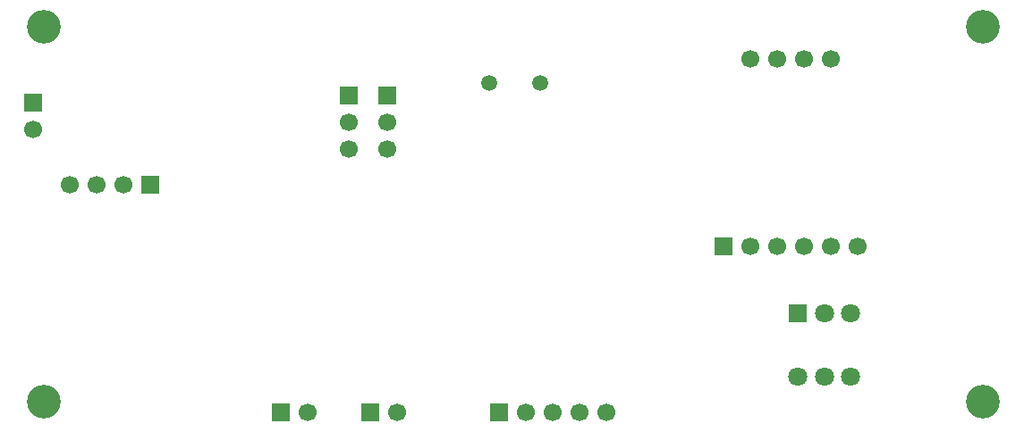
<source format=gbr>
%TF.GenerationSoftware,KiCad,Pcbnew,9.0.2*%
%TF.CreationDate,2025-06-19T19:06:17-05:00*%
%TF.ProjectId,balance_bot,62616c61-6e63-4655-9f62-6f742e6b6963,rev?*%
%TF.SameCoordinates,Original*%
%TF.FileFunction,Soldermask,Bot*%
%TF.FilePolarity,Negative*%
%FSLAX46Y46*%
G04 Gerber Fmt 4.6, Leading zero omitted, Abs format (unit mm)*
G04 Created by KiCad (PCBNEW 9.0.2) date 2025-06-19 19:06:17*
%MOMM*%
%LPD*%
G01*
G04 APERTURE LIST*
%ADD10R,1.700000X1.700000*%
%ADD11C,1.700000*%
%ADD12C,3.200000*%
%ADD13C,1.500000*%
%ADD14R,1.800000X1.800000*%
%ADD15C,1.800000*%
G04 APERTURE END LIST*
D10*
%TO.C,J5*%
X134894000Y-116561000D03*
D11*
X137434000Y-116561000D03*
%TD*%
D10*
%TO.C,J6*%
X126394000Y-116561000D03*
D11*
X128934000Y-116561000D03*
%TD*%
D10*
%TO.C,J1*%
X132842000Y-86500000D03*
D11*
X132842000Y-89040000D03*
X132842000Y-91580000D03*
%TD*%
%TO.C,J3*%
X157226000Y-116586000D03*
X154686000Y-116586000D03*
X152146000Y-116586000D03*
X149606000Y-116586000D03*
D10*
X147066000Y-116586000D03*
%TD*%
D11*
%TO.C,U2*%
X106460000Y-95000000D03*
X109000000Y-95000000D03*
X111540000Y-95000000D03*
D10*
X114080000Y-95000000D03*
%TD*%
D12*
%TO.C,H2*%
X104000000Y-115560000D03*
%TD*%
%TO.C,H3*%
X192900000Y-80000000D03*
%TD*%
%TO.C,H1*%
X104000000Y-80000000D03*
%TD*%
%TO.C,H4*%
X192900000Y-115560000D03*
%TD*%
D10*
%TO.C,U5*%
X168340000Y-100780000D03*
D11*
X170880000Y-100780000D03*
X173420000Y-100780000D03*
X175960000Y-100780000D03*
X178500000Y-100780000D03*
X181040000Y-100780000D03*
X178500000Y-83000000D03*
X175960000Y-83000000D03*
X173420000Y-83000000D03*
X170880000Y-83000000D03*
%TD*%
D13*
%TO.C,Y1*%
X151000000Y-85340000D03*
X146120000Y-85340000D03*
%TD*%
D14*
%TO.C,SW1*%
X175390800Y-107188000D03*
D15*
X177890800Y-107188000D03*
X180390800Y-107188000D03*
X175390800Y-113188000D03*
X177890800Y-113188000D03*
X180390800Y-113188000D03*
%TD*%
D10*
%TO.C,J4*%
X103000000Y-87175000D03*
D11*
X103000000Y-89715000D03*
%TD*%
D10*
%TO.C,J2*%
X136500000Y-86500000D03*
D11*
X136500000Y-89040000D03*
X136500000Y-91580000D03*
%TD*%
M02*

</source>
